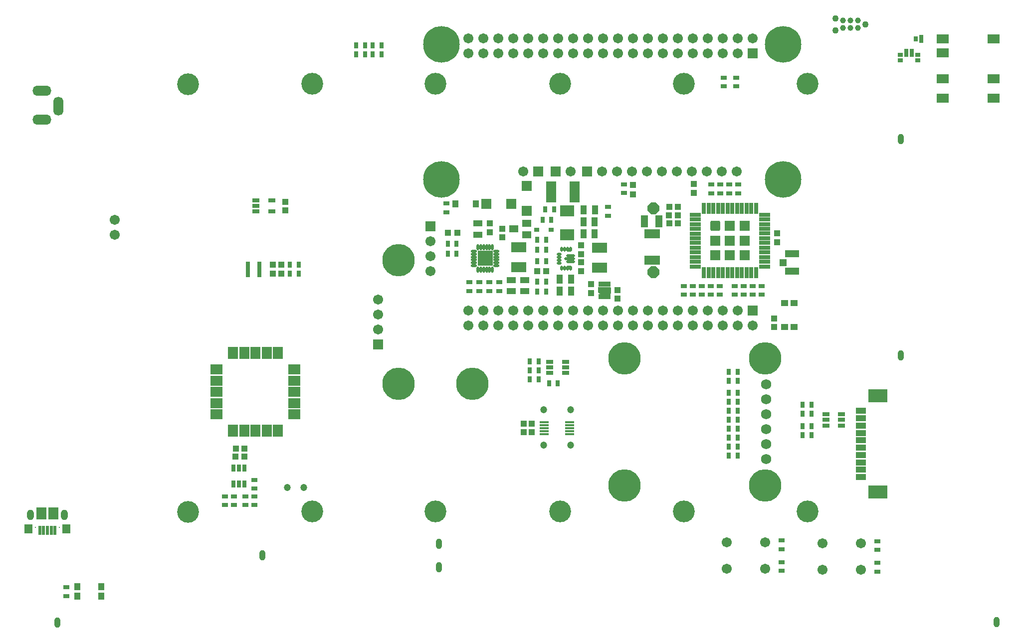
<source format=gts>
G04*
G04 #@! TF.GenerationSoftware,Altium Limited,Altium Designer,20.2.5 (213)*
G04*
G04 Layer_Color=8388736*
%FSAX25Y25*%
%MOIN*%
G70*
G04*
G04 #@! TF.SameCoordinates,38458E12-344E-42E4-8E5B-5AAD2516AE5C*
G04*
G04*
G04 #@! TF.FilePolarity,Negative*
G04*
G01*
G75*
%ADD81R,0.04343X0.03162*%
%ADD82C,0.03910*%
%ADD83R,0.02769X0.07493*%
%ADD84C,0.04724*%
%ADD85R,0.03950X0.03950*%
%ADD86R,0.06102X0.01575*%
%ADD87R,0.07493X0.02769*%
%ADD88R,0.06706X0.06706*%
G04:AMPARAMS|DCode=89|XSize=67.06mil|YSize=67.06mil|CornerRadius=9.91mil|HoleSize=0mil|Usage=FLASHONLY|Rotation=0.000|XOffset=0mil|YOffset=0mil|HoleType=Round|Shape=RoundedRectangle|*
%AMROUNDEDRECTD89*
21,1,0.06706,0.04724,0,0,0.0*
21,1,0.04724,0.06706,0,0,0.0*
1,1,0.01981,0.02362,-0.02362*
1,1,0.01981,-0.02362,-0.02362*
1,1,0.01981,-0.02362,0.02362*
1,1,0.01981,0.02362,0.02362*
%
%ADD89ROUNDEDRECTD89*%
%ADD90R,0.03162X0.04343*%
%ADD91R,0.03950X0.03950*%
%ADD92R,0.05131X0.03162*%
%ADD93R,0.07099X0.03950*%
%ADD94O,0.04343X0.01784*%
%ADD95R,0.02769X0.06312*%
%ADD96R,0.04737X0.03162*%
%ADD97R,0.02729X0.02572*%
%ADD98R,0.03044X0.03241*%
%ADD99R,0.04737X0.04343*%
%ADD100R,0.05918X0.04343*%
%ADD101R,0.04343X0.05918*%
%ADD102R,0.06902X0.08280*%
%ADD103R,0.01968X0.05906*%
%ADD104R,0.05524X0.06312*%
%ADD105R,0.09461X0.04934*%
%ADD106R,0.09304X0.07808*%
%ADD107R,0.06312X0.04737*%
%ADD108O,0.01784X0.04343*%
%ADD109R,0.10249X0.10249*%
G04:AMPARAMS|DCode=110|XSize=17.84mil|YSize=31.62mil|CornerRadius=6.46mil|HoleSize=0mil|Usage=FLASHONLY|Rotation=90.000|XOffset=0mil|YOffset=0mil|HoleType=Round|Shape=RoundedRectangle|*
%AMROUNDEDRECTD110*
21,1,0.01784,0.01870,0,0,90.0*
21,1,0.00492,0.03162,0,0,90.0*
1,1,0.01292,0.00935,0.00246*
1,1,0.01292,0.00935,-0.00246*
1,1,0.01292,-0.00935,-0.00246*
1,1,0.01292,-0.00935,0.00246*
%
%ADD110ROUNDEDRECTD110*%
G04:AMPARAMS|DCode=111|XSize=17.84mil|YSize=74.93mil|CornerRadius=6.46mil|HoleSize=0mil|Usage=FLASHONLY|Rotation=90.000|XOffset=0mil|YOffset=0mil|HoleType=Round|Shape=RoundedRectangle|*
%AMROUNDEDRECTD111*
21,1,0.01784,0.06201,0,0,90.0*
21,1,0.00492,0.07493,0,0,90.0*
1,1,0.01292,0.03100,0.00246*
1,1,0.01292,0.03100,-0.00246*
1,1,0.01292,-0.03100,-0.00246*
1,1,0.01292,-0.03100,0.00246*
%
%ADD111ROUNDEDRECTD111*%
G04:AMPARAMS|DCode=112|XSize=17.84mil|YSize=31.62mil|CornerRadius=6.46mil|HoleSize=0mil|Usage=FLASHONLY|Rotation=0.000|XOffset=0mil|YOffset=0mil|HoleType=Round|Shape=RoundedRectangle|*
%AMROUNDEDRECTD112*
21,1,0.01784,0.01870,0,0,0.0*
21,1,0.00492,0.03162,0,0,0.0*
1,1,0.01292,0.00246,-0.00935*
1,1,0.01292,-0.00246,-0.00935*
1,1,0.01292,-0.00246,0.00935*
1,1,0.01292,0.00246,0.00935*
%
%ADD112ROUNDEDRECTD112*%
%ADD113R,0.01981X0.03556*%
%ADD114R,0.02769X0.02769*%
%ADD115R,0.06706X0.07887*%
%ADD116R,0.07887X0.06706*%
%ADD117R,0.03162X0.05131*%
%ADD118R,0.03241X0.03044*%
%ADD119R,0.04343X0.04737*%
%ADD120R,0.03162X0.05721*%
%ADD121R,0.12611X0.09068*%
%ADD122R,0.07887X0.05918*%
%ADD123R,0.05131X0.08280*%
G04:AMPARAMS|DCode=124|XSize=17.84mil|YSize=35.56mil|CornerRadius=6.46mil|HoleSize=0mil|Usage=FLASHONLY|Rotation=90.000|XOffset=0mil|YOffset=0mil|HoleType=Round|Shape=RoundedRectangle|*
%AMROUNDEDRECTD124*
21,1,0.01784,0.02264,0,0,90.0*
21,1,0.00492,0.03556,0,0,90.0*
1,1,0.01292,0.01132,0.00246*
1,1,0.01292,0.01132,-0.00246*
1,1,0.01292,-0.01132,-0.00246*
1,1,0.01292,-0.01132,0.00246*
%
%ADD124ROUNDEDRECTD124*%
G04:AMPARAMS|DCode=125|XSize=17.84mil|YSize=61.15mil|CornerRadius=6.46mil|HoleSize=0mil|Usage=FLASHONLY|Rotation=90.000|XOffset=0mil|YOffset=0mil|HoleType=Round|Shape=RoundedRectangle|*
%AMROUNDEDRECTD125*
21,1,0.01784,0.04823,0,0,90.0*
21,1,0.00492,0.06115,0,0,90.0*
1,1,0.01292,0.02411,0.00246*
1,1,0.01292,0.02411,-0.00246*
1,1,0.01292,-0.02411,-0.00246*
1,1,0.01292,-0.02411,0.00246*
%
%ADD125ROUNDEDRECTD125*%
%ADD126R,0.10249X0.07099*%
%ADD127R,0.06902X0.14383*%
%ADD128R,0.03556X0.02572*%
%ADD129R,0.04343X0.04540*%
%ADD130R,0.07099X0.06706*%
%ADD131R,0.06706X0.07099*%
%ADD132R,0.04737X0.04737*%
%ADD133R,0.03044X0.05721*%
%ADD134C,0.14580*%
%ADD135R,0.06706X0.06706*%
%ADD136C,0.06706*%
%ADD137P,0.08537X8X292.5*%
%ADD138O,0.04737X0.07099*%
%ADD139O,0.06706X0.12611*%
%ADD140O,0.12611X0.06706*%
%ADD141C,0.06800*%
%ADD142C,0.21666*%
%ADD143O,0.03950X0.07099*%
%ADD144C,0.04343*%
%ADD145R,0.00800X0.00800*%
%ADD146C,0.24422*%
G36*
X0625281Y0477435D02*
X0632956Y0477433D01*
X0632957Y0477433D01*
X0632957Y0477433D01*
X0632983Y0477431D01*
X0633009Y0477430D01*
X0633009Y0477430D01*
X0633009Y0477430D01*
X0633032Y0477425D01*
X0633060Y0477420D01*
X0633061Y0477419D01*
X0633061Y0477419D01*
X0633082Y0477412D01*
X0633110Y0477403D01*
X0633110Y0477402D01*
X0633110Y0477402D01*
X0633133Y0477391D01*
X0633157Y0477379D01*
X0633157Y0477379D01*
X0633157Y0477379D01*
X0633181Y0477363D01*
X0633200Y0477350D01*
X0633201Y0477350D01*
X0633201Y0477350D01*
X0633222Y0477331D01*
X0633240Y0477316D01*
X0633240Y0477316D01*
X0633240Y0477315D01*
X0633256Y0477297D01*
X0633274Y0477276D01*
X0633275Y0477276D01*
X0633275Y0477276D01*
X0633288Y0477256D01*
X0633303Y0477233D01*
X0633304Y0477232D01*
X0633304Y0477232D01*
X0633316Y0477208D01*
X0633327Y0477186D01*
X0633327Y0477185D01*
X0633327Y0477185D01*
X0633335Y0477161D01*
X0633344Y0477136D01*
X0633344Y0477136D01*
X0633344Y0477135D01*
X0633349Y0477111D01*
X0633354Y0477085D01*
X0633354Y0477084D01*
X0633354Y0477084D01*
X0633356Y0477057D01*
X0633357Y0477032D01*
X0633357Y0477032D01*
X0633357Y0477032D01*
X0633357Y0476736D01*
X0633357Y0473293D01*
Y0473293D01*
Y0473293D01*
X0633353Y0473241D01*
X0633343Y0473189D01*
X0633326Y0473139D01*
X0633303Y0473092D01*
X0633274Y0473049D01*
X0633244Y0473015D01*
X0633240Y0473009D01*
X0633240D01*
Y0473009D01*
X0633234Y0473004D01*
X0633200Y0472975D01*
X0633156Y0472946D01*
X0633109Y0472923D01*
X0633060Y0472906D01*
X0633008Y0472895D01*
X0632956Y0472892D01*
X0632956D01*
X0632956D01*
X0626264Y0472892D01*
X0626235Y0472894D01*
X0626212Y0472895D01*
X0626212Y0472895D01*
X0626211Y0472895D01*
X0626178Y0472902D01*
X0626160Y0472906D01*
X0626160Y0472906D01*
X0626160Y0472906D01*
X0626126Y0472917D01*
X0626111Y0472922D01*
X0626111Y0472923D01*
X0626110Y0472923D01*
X0626085Y0472935D01*
X0626063Y0472946D01*
X0626063Y0472946D01*
X0626063Y0472946D01*
X0626040Y0472962D01*
X0626020Y0472975D01*
X0626020Y0472975D01*
X0626020Y0472975D01*
X0625998Y0472994D01*
X0625981Y0473009D01*
X0624995Y0473993D01*
X0624995Y0473993D01*
X0624995Y0473993D01*
X0624978Y0474012D01*
X0624961Y0474032D01*
X0624960Y0474032D01*
X0624960Y0474033D01*
X0624947Y0474053D01*
X0624931Y0474076D01*
X0624931Y0474076D01*
X0624931Y0474076D01*
X0624920Y0474099D01*
X0624908Y0474123D01*
X0624908Y0474123D01*
X0624908Y0474123D01*
X0624897Y0474155D01*
X0624891Y0474173D01*
X0624891Y0474173D01*
X0624891Y0474173D01*
X0624886Y0474200D01*
X0624881Y0474224D01*
X0624881Y0474224D01*
X0624881Y0474224D01*
X0624879Y0474247D01*
X0624878Y0474276D01*
X0624878Y0474276D01*
X0624878Y0474277D01*
X0624878Y0476742D01*
X0624878Y0476743D01*
X0624878Y0476743D01*
X0624879Y0477035D01*
X0624881Y0477061D01*
X0624882Y0477086D01*
X0624883Y0477087D01*
X0624883Y0477087D01*
X0624888Y0477112D01*
X0624893Y0477138D01*
X0624893Y0477138D01*
X0624893Y0477139D01*
X0624901Y0477163D01*
X0624909Y0477187D01*
X0624910Y0477188D01*
X0624910Y0477188D01*
X0624921Y0477212D01*
X0624933Y0477234D01*
X0624933Y0477235D01*
X0624933Y0477235D01*
X0624948Y0477257D01*
X0624962Y0477278D01*
X0624962Y0477278D01*
X0624963Y0477279D01*
X0624979Y0477298D01*
X0624997Y0477317D01*
X0624997Y0477318D01*
X0624997Y0477318D01*
X0625015Y0477333D01*
X0625036Y0477352D01*
X0625036Y0477352D01*
X0625037Y0477353D01*
X0625058Y0477367D01*
X0625079Y0477381D01*
X0625080Y0477381D01*
X0625080Y0477382D01*
X0625105Y0477393D01*
X0625127Y0477404D01*
X0625127Y0477404D01*
X0625128Y0477405D01*
X0625153Y0477413D01*
X0625176Y0477421D01*
X0625177Y0477421D01*
X0625177Y0477421D01*
X0625203Y0477426D01*
X0625228Y0477431D01*
X0625228Y0477431D01*
X0625229Y0477431D01*
X0625255Y0477433D01*
X0625280Y0477435D01*
X0625281D01*
D01*
D01*
D02*
G37*
D81*
X0631493Y0525257D02*
D03*
Y0531163D02*
D03*
X0706432Y0540281D02*
D03*
X0734235Y0478234D02*
D03*
X0708709Y0611625D02*
D03*
X0700448Y0540281D02*
D03*
X0728213Y0478234D02*
D03*
X0717292Y0611621D02*
D03*
X0682277Y0472367D02*
D03*
X0523369Y0527525D02*
D03*
X0558803Y0480675D02*
D03*
X0538724D02*
D03*
X0722190Y0472328D02*
D03*
X0747560Y0293594D02*
D03*
X0811497Y0293122D02*
D03*
X0381475Y0331647D02*
D03*
X0269426Y0270950D02*
D03*
Y0276856D02*
D03*
X0717292Y0617527D02*
D03*
X0708709Y0617530D02*
D03*
X0811497Y0301704D02*
D03*
Y0307610D02*
D03*
X0747560Y0302177D02*
D03*
Y0308082D02*
D03*
X0395273Y0348584D02*
D03*
Y0342678D02*
D03*
X0395294Y0337553D02*
D03*
Y0331647D02*
D03*
X0389296Y0331647D02*
D03*
Y0337553D02*
D03*
X0381475D02*
D03*
X0375496Y0331647D02*
D03*
Y0337553D02*
D03*
X0811497Y0287216D02*
D03*
X0747560Y0287689D02*
D03*
X0706293Y0472367D02*
D03*
Y0478272D02*
D03*
X0722190Y0478234D02*
D03*
X0716204Y0472328D02*
D03*
Y0478234D02*
D03*
X0718407Y0546187D02*
D03*
Y0540281D02*
D03*
X0734235Y0472328D02*
D03*
X0728213D02*
D03*
X0712416Y0546187D02*
D03*
Y0540281D02*
D03*
X0700309Y0478272D02*
D03*
Y0472367D02*
D03*
X0694285Y0478272D02*
D03*
Y0472367D02*
D03*
X0688262Y0478272D02*
D03*
Y0472367D02*
D03*
X0538724Y0474769D02*
D03*
X0558803D02*
D03*
X0523369Y0533431D02*
D03*
X0706432Y0546187D02*
D03*
X0545417Y0480675D02*
D03*
Y0474769D02*
D03*
X0700448Y0546187D02*
D03*
X0552110Y0474769D02*
D03*
Y0480675D02*
D03*
X0642308Y0540320D02*
D03*
Y0546226D02*
D03*
X0682277Y0478272D02*
D03*
D82*
X0788639Y0650695D02*
D03*
Y0655694D02*
D03*
X0793639Y0650695D02*
D03*
Y0655694D02*
D03*
X0798639Y0650695D02*
D03*
Y0655694D02*
D03*
D83*
X0730495Y0487092D02*
D03*
X0695653Y0487092D02*
D03*
X0698810D02*
D03*
X0701960D02*
D03*
X0705110Y0487092D02*
D03*
X0708259Y0487092D02*
D03*
X0711409Y0487092D02*
D03*
X0714558D02*
D03*
X0717708Y0487096D02*
D03*
X0720858Y0487096D02*
D03*
X0724007Y0487092D02*
D03*
X0727184D02*
D03*
X0724039Y0530025D02*
D03*
X0720889D02*
D03*
X0717739D02*
D03*
X0714590D02*
D03*
X0705141D02*
D03*
X0701991D02*
D03*
X0698842D02*
D03*
X0695653D02*
D03*
X0708291D02*
D03*
X0711440D02*
D03*
X0727149D02*
D03*
X0730338D02*
D03*
D84*
X0606493Y0395336D02*
D03*
X0588580D02*
D03*
X0606493Y0371812D02*
D03*
X0588580D02*
D03*
X0428090Y0343352D02*
D03*
X0417066D02*
D03*
D85*
X0580607Y0386281D02*
D03*
Y0380375D02*
D03*
X0575096Y0386281D02*
D03*
Y0380375D02*
D03*
X0688777Y0540414D02*
D03*
Y0546320D02*
D03*
X0648331Y0539612D02*
D03*
X0744387Y0507446D02*
D03*
X0613389Y0499553D02*
D03*
X0552405Y0520143D02*
D03*
X0613389Y0493962D02*
D03*
X0620121Y0473440D02*
D03*
X0637728Y0475582D02*
D03*
X0742517Y0456556D02*
D03*
X0407618Y0492368D02*
D03*
X0415922Y0534533D02*
D03*
X0413088Y0492383D02*
D03*
Y0486477D02*
D03*
X0415922Y0528627D02*
D03*
X0407618Y0486462D02*
D03*
X0742517Y0450651D02*
D03*
X0637728Y0469676D02*
D03*
X0620121Y0479345D02*
D03*
X0613389Y0488057D02*
D03*
X0560673Y0516600D02*
D03*
Y0510695D02*
D03*
X0552405Y0514238D02*
D03*
X0613389Y0505458D02*
D03*
X0744387Y0513352D02*
D03*
X0648331Y0545911D02*
D03*
D86*
X0606001Y0387068D02*
D03*
Y0385100D02*
D03*
Y0383131D02*
D03*
Y0381163D02*
D03*
Y0379194D02*
D03*
X0588678D02*
D03*
Y0381163D02*
D03*
Y0383131D02*
D03*
Y0385100D02*
D03*
Y0387068D02*
D03*
D87*
X0689747Y0525891D02*
D03*
Y0522742D02*
D03*
Y0516403D02*
D03*
Y0513253D02*
D03*
Y0510104D02*
D03*
Y0503805D02*
D03*
Y0500655D02*
D03*
Y0497545D02*
D03*
Y0494356D02*
D03*
Y0491246D02*
D03*
X0736212Y0494380D02*
D03*
Y0500675D02*
D03*
X0736212Y0503824D02*
D03*
X0736212Y0506974D02*
D03*
X0736204Y0510104D02*
D03*
Y0513293D02*
D03*
Y0519553D02*
D03*
X0736212Y0497537D02*
D03*
X0736212Y0491226D02*
D03*
X0689747Y0506994D02*
D03*
Y0519553D02*
D03*
X0736204Y0525891D02*
D03*
Y0522742D02*
D03*
Y0516442D02*
D03*
D88*
X0722826Y0498706D02*
D03*
X0712984D02*
D03*
X0703043D02*
D03*
X0722826Y0508549D02*
D03*
X0712984D02*
D03*
X0703141D02*
D03*
X0722826Y0518391D02*
D03*
X0712984Y0518391D02*
D03*
X0584787Y0554887D02*
D03*
X0728043Y0633943D02*
D03*
X0596598Y0554887D02*
D03*
X0728047Y0461647D02*
D03*
X0617544Y0554887D02*
D03*
D89*
X0703141Y0518391D02*
D03*
D90*
X0585233Y0421633D02*
D03*
X0579328D02*
D03*
X0585233Y0427637D02*
D03*
X0585233Y0415629D02*
D03*
X0712151Y0382770D02*
D03*
Y0376747D02*
D03*
Y0370763D02*
D03*
Y0364778D02*
D03*
X0718048Y0420793D02*
D03*
X0579328Y0415629D02*
D03*
X0761437Y0384376D02*
D03*
X0590102Y0509218D02*
D03*
X0530261Y0499769D02*
D03*
X0584196Y0474572D02*
D03*
Y0502525D02*
D03*
X0469190Y0639037D02*
D03*
X0712151Y0400802D02*
D03*
Y0394778D02*
D03*
X0761437Y0392722D02*
D03*
X0579328Y0427637D02*
D03*
X0592025Y0412972D02*
D03*
X0424781Y0492446D02*
D03*
X0418875D02*
D03*
Y0486462D02*
D03*
X0424781D02*
D03*
X0712143Y0420793D02*
D03*
X0718048Y0414809D02*
D03*
X0712143D02*
D03*
X0761438Y0398712D02*
D03*
X0767344D02*
D03*
X0767342Y0392722D02*
D03*
X0767342Y0384376D02*
D03*
X0761437Y0378352D02*
D03*
X0767342D02*
D03*
X0718056Y0364778D02*
D03*
Y0370763D02*
D03*
Y0376747D02*
D03*
Y0382770D02*
D03*
X0718056Y0388794D02*
D03*
X0712151D02*
D03*
X0718056Y0394778D02*
D03*
Y0400802D02*
D03*
Y0406786D02*
D03*
X0712151D02*
D03*
X0597930Y0412972D02*
D03*
X0463284Y0639037D02*
D03*
X0463284Y0633033D02*
D03*
X0469190D02*
D03*
X0474308Y0639037D02*
D03*
X0480214D02*
D03*
X0474308Y0633033D02*
D03*
X0480214D02*
D03*
X0590102Y0502525D02*
D03*
Y0494651D02*
D03*
X0584196D02*
D03*
X0590102Y0474572D02*
D03*
X0587740Y0522604D02*
D03*
X0593645D02*
D03*
X0590102Y0481265D02*
D03*
X0584196D02*
D03*
X0524355Y0499769D02*
D03*
X0524354Y0506462D02*
D03*
X0530259D02*
D03*
X0584196Y0509218D02*
D03*
X0595338Y0529336D02*
D03*
X0589432D02*
D03*
D91*
X0388580Y0369548D02*
D03*
X0382674D02*
D03*
X0672287Y0525380D02*
D03*
X0672366Y0530970D02*
D03*
X0672366Y0519986D02*
D03*
X0584295Y0488057D02*
D03*
X0382657Y0364021D02*
D03*
X0388563D02*
D03*
X0530850Y0513942D02*
D03*
X0524550D02*
D03*
X0590200Y0488057D02*
D03*
X0678271Y0519986D02*
D03*
X0678271Y0530970D02*
D03*
X0678192Y0525380D02*
D03*
D92*
X0592615Y0427539D02*
D03*
Y0423799D02*
D03*
Y0420059D02*
D03*
X0603245D02*
D03*
Y0423799D02*
D03*
Y0427539D02*
D03*
X0777027Y0388628D02*
D03*
X0787657Y0384887D02*
D03*
Y0388628D02*
D03*
X0777027Y0392368D02*
D03*
Y0384887D02*
D03*
X0787657Y0392368D02*
D03*
D93*
X0800492Y0389789D02*
D03*
Y0350419D02*
D03*
Y0384868D02*
D03*
Y0379946D02*
D03*
Y0394710D02*
D03*
Y0375025D02*
D03*
Y0355340D02*
D03*
Y0370104D02*
D03*
Y0365183D02*
D03*
Y0360261D02*
D03*
D94*
X0541775Y0493667D02*
D03*
Y0491698D02*
D03*
Y0499572D02*
D03*
X0556932D02*
D03*
Y0501541D02*
D03*
Y0497604D02*
D03*
Y0495635D02*
D03*
Y0493667D02*
D03*
Y0491698D02*
D03*
X0541775Y0495635D02*
D03*
Y0497604D02*
D03*
Y0501541D02*
D03*
D95*
X0659847Y0495399D02*
D03*
X0657288D02*
D03*
Y0513116D02*
D03*
X0664965D02*
D03*
X0662406D02*
D03*
X0659847D02*
D03*
X0664965Y0495399D02*
D03*
X0662406D02*
D03*
D96*
X0396040Y0535616D02*
D03*
Y0528135D02*
D03*
Y0531876D02*
D03*
X0406867Y0528135D02*
D03*
Y0535616D02*
D03*
D97*
X0390902Y0493254D02*
D03*
Y0490695D02*
D03*
X0398539Y0488135D02*
D03*
X0390902Y0485576D02*
D03*
Y0488135D02*
D03*
X0398539Y0490695D02*
D03*
Y0485576D02*
D03*
Y0493254D02*
D03*
D98*
X0837300Y0643497D02*
D03*
D99*
X0755922Y0450663D02*
D03*
X0749623D02*
D03*
Y0466804D02*
D03*
X0755922D02*
D03*
D100*
X0544629Y0520045D02*
D03*
X0575732Y0474769D02*
D03*
X0566677D02*
D03*
Y0482250D02*
D03*
X0575732D02*
D03*
X0544629Y0512565D02*
D03*
D101*
X0622740Y0529257D02*
D03*
X0622661Y0521187D02*
D03*
X0622621Y0513116D02*
D03*
X0599196Y0482840D02*
D03*
X0599275Y0474809D02*
D03*
X0606755D02*
D03*
X0606676Y0482840D02*
D03*
X0615141Y0513116D02*
D03*
X0615180Y0521187D02*
D03*
X0615259Y0529257D02*
D03*
D102*
X0252792Y0326049D02*
D03*
X0260863D02*
D03*
D103*
X0251710Y0314828D02*
D03*
X0261946D02*
D03*
X0254269D02*
D03*
X0256828D02*
D03*
X0259387D02*
D03*
D104*
X0244229Y0315714D02*
D03*
X0269426D02*
D03*
D105*
X0754476Y0499750D02*
D03*
Y0488135D02*
D03*
D106*
X0604157Y0512565D02*
D03*
Y0528313D02*
D03*
D107*
X0577306Y0520045D02*
D03*
Y0512565D02*
D03*
X0568645Y0516305D02*
D03*
D108*
X0546401Y0489041D02*
D03*
X0548369D02*
D03*
X0544432Y0504198D02*
D03*
X0546401D02*
D03*
X0548369D02*
D03*
X0550338D02*
D03*
X0552306D02*
D03*
X0554275D02*
D03*
Y0489041D02*
D03*
X0552306D02*
D03*
X0550338D02*
D03*
X0544432D02*
D03*
D109*
X0549354Y0496620D02*
D03*
D110*
X0598871Y0493391D02*
D03*
Y0495360D02*
D03*
Y0497328D02*
D03*
Y0499297D02*
D03*
D111*
X0605761Y0496344D02*
D03*
D112*
X0600446Y0502643D02*
D03*
X0602415D02*
D03*
X0604383D02*
D03*
X0606352D02*
D03*
Y0490045D02*
D03*
X0604383D02*
D03*
X0602415D02*
D03*
X0600446D02*
D03*
D113*
X0626165Y0471029D02*
D03*
Y0479297D02*
D03*
X0628133D02*
D03*
X0630102D02*
D03*
X0632070D02*
D03*
Y0471029D02*
D03*
X0630102D02*
D03*
X0628133D02*
D03*
D114*
X0629117Y0475163D02*
D03*
D115*
X0380985Y0381381D02*
D03*
X0403426D02*
D03*
X0410906D02*
D03*
Y0433350D02*
D03*
X0380985D02*
D03*
X0388465D02*
D03*
X0395946D02*
D03*
X0403426D02*
D03*
X0395946Y0381381D02*
D03*
X0388465D02*
D03*
D116*
X0421930Y0392405D02*
D03*
Y0422326D02*
D03*
X0369961D02*
D03*
Y0392405D02*
D03*
Y0399885D02*
D03*
Y0407366D02*
D03*
Y0414846D02*
D03*
X0421930D02*
D03*
Y0407366D02*
D03*
Y0399885D02*
D03*
D117*
X0384901Y0356580D02*
D03*
X0381161Y0345950D02*
D03*
X0384901D02*
D03*
X0388641D02*
D03*
Y0356580D02*
D03*
X0381161D02*
D03*
D118*
X0826828Y0628982D02*
D03*
X0838481Y0629061D02*
D03*
Y0632761D02*
D03*
X0826828Y0632683D02*
D03*
D119*
X0276702Y0277013D02*
D03*
X0292844D02*
D03*
Y0270714D02*
D03*
X0276702D02*
D03*
D120*
X0830804Y0634068D02*
D03*
X0834584D02*
D03*
D121*
X0811909Y0340380D02*
D03*
Y0404750D02*
D03*
D122*
X0855174Y0643537D02*
D03*
Y0634088D02*
D03*
Y0616765D02*
D03*
Y0603773D02*
D03*
X0889033Y0643537D02*
D03*
Y0603773D02*
D03*
Y0616765D02*
D03*
D123*
X0655772Y0521541D02*
D03*
X0665615D02*
D03*
D124*
X0605367Y0490734D02*
D03*
Y0501954D02*
D03*
D125*
X0606450Y0498313D02*
D03*
Y0494376D02*
D03*
D126*
X0625692Y0503864D02*
D03*
Y0490478D02*
D03*
X0571795Y0504100D02*
D03*
Y0490714D02*
D03*
D127*
X0609314Y0541108D02*
D03*
X0593566D02*
D03*
D128*
X0583803Y0515911D02*
D03*
X0593645D02*
D03*
D129*
X0529472Y0533234D02*
D03*
X0543251D02*
D03*
D130*
X0550043Y0533234D02*
D03*
X0566775D02*
D03*
D131*
X0577306Y0528411D02*
D03*
Y0545143D02*
D03*
D132*
X0748570Y0493942D02*
D03*
D133*
X0841001Y0643497D02*
D03*
D134*
X0599412Y0613505D02*
D03*
Y0327505D02*
D03*
X0682312Y0613485D02*
D03*
Y0327485D02*
D03*
X0764938Y0327418D02*
D03*
Y0613418D02*
D03*
X0516269Y0613471D02*
D03*
Y0327471D02*
D03*
X0433690Y0613288D02*
D03*
Y0327289D02*
D03*
X0350916Y0327274D02*
D03*
Y0613274D02*
D03*
D135*
X0477801Y0439147D02*
D03*
X0512740Y0518076D02*
D03*
D136*
X0618043Y0643942D02*
D03*
X0667544Y0554887D02*
D03*
X0512740Y0508076D02*
D03*
Y0498076D02*
D03*
X0608047Y0451647D02*
D03*
X0477801Y0449147D02*
D03*
Y0459147D02*
D03*
X0717544Y0554887D02*
D03*
X0708047Y0451647D02*
D03*
X0688047Y0461647D02*
D03*
X0668047Y0451647D02*
D03*
X0638047D02*
D03*
X0608047Y0461647D02*
D03*
X0588047Y0451647D02*
D03*
X0568047D02*
D03*
X0538047Y0461647D02*
D03*
X0606598Y0554887D02*
D03*
X0302002Y0522296D02*
D03*
X0538043Y0633943D02*
D03*
X0568043Y0643942D02*
D03*
X0588043D02*
D03*
X0608043Y0633943D02*
D03*
X0638043Y0643942D02*
D03*
X0668043D02*
D03*
X0688043Y0633943D02*
D03*
X0708043Y0643942D02*
D03*
X0800356Y0306232D02*
D03*
X0774765Y0288515D02*
D03*
X0800356D02*
D03*
X0774765Y0306232D02*
D03*
X0736379Y0306704D02*
D03*
X0710789Y0288988D02*
D03*
X0736379D02*
D03*
X0710789Y0306704D02*
D03*
X0728043Y0643942D02*
D03*
X0718043Y0633943D02*
D03*
Y0643942D02*
D03*
X0708043Y0633943D02*
D03*
X0698043D02*
D03*
Y0643942D02*
D03*
X0688043D02*
D03*
X0678043Y0633943D02*
D03*
Y0643942D02*
D03*
X0668043Y0633943D02*
D03*
X0658043D02*
D03*
Y0643942D02*
D03*
X0648043Y0633943D02*
D03*
Y0643942D02*
D03*
X0638043Y0633943D02*
D03*
X0628043D02*
D03*
Y0643942D02*
D03*
X0618043Y0633943D02*
D03*
X0608043Y0643942D02*
D03*
X0598043Y0633943D02*
D03*
Y0643942D02*
D03*
X0588043Y0633943D02*
D03*
X0578043D02*
D03*
Y0643942D02*
D03*
X0568043Y0633943D02*
D03*
X0558043D02*
D03*
Y0643942D02*
D03*
X0548043Y0633943D02*
D03*
Y0643942D02*
D03*
X0538043D02*
D03*
X0302002Y0512453D02*
D03*
X0512740Y0488076D02*
D03*
X0574787Y0554887D02*
D03*
X0538047Y0451647D02*
D03*
X0548047D02*
D03*
Y0461647D02*
D03*
X0558047Y0451647D02*
D03*
Y0461647D02*
D03*
X0568047D02*
D03*
X0578047Y0451647D02*
D03*
Y0461647D02*
D03*
X0588047D02*
D03*
X0598047Y0451647D02*
D03*
Y0461647D02*
D03*
X0618047Y0451647D02*
D03*
Y0461647D02*
D03*
X0628047Y0451647D02*
D03*
Y0461647D02*
D03*
X0638047D02*
D03*
X0648047Y0451647D02*
D03*
Y0461647D02*
D03*
X0658047Y0451647D02*
D03*
Y0461647D02*
D03*
X0668047D02*
D03*
X0678047Y0451647D02*
D03*
Y0461647D02*
D03*
X0688047Y0451647D02*
D03*
X0698047D02*
D03*
Y0461647D02*
D03*
X0708047D02*
D03*
X0718047Y0451647D02*
D03*
Y0461647D02*
D03*
X0728047Y0451647D02*
D03*
X0627544Y0554887D02*
D03*
X0637544D02*
D03*
X0647544D02*
D03*
X0657544D02*
D03*
X0677544D02*
D03*
X0687544D02*
D03*
X0697544D02*
D03*
X0707544D02*
D03*
X0477801Y0469147D02*
D03*
D137*
X0661991Y0530045D02*
D03*
Y0487525D02*
D03*
D138*
X0245509Y0325259D02*
D03*
X0268147D02*
D03*
D139*
X0264308Y0598458D02*
D03*
D140*
X0253285Y0589403D02*
D03*
Y0608694D02*
D03*
D141*
X0737326Y0412378D02*
D03*
Y0362378D02*
D03*
Y0372378D02*
D03*
Y0382378D02*
D03*
Y0392378D02*
D03*
Y0402378D02*
D03*
D142*
X0736539Y0429937D02*
D03*
Y0344819D02*
D03*
X0642444D02*
D03*
Y0429937D02*
D03*
X0491458Y0495613D02*
D03*
Y0412936D02*
D03*
X0540671D02*
D03*
D143*
X0263492Y0253245D02*
D03*
X0891257Y0253348D02*
D03*
X0827221Y0431935D02*
D03*
Y0576423D02*
D03*
X0518444Y0290005D02*
D03*
X0518366Y0305793D02*
D03*
X0400374Y0298195D02*
D03*
D144*
X0783639Y0657195D02*
D03*
Y0649194D02*
D03*
X0803639Y0653195D02*
D03*
D145*
X0264812Y0316795D02*
D03*
X0248867D02*
D03*
D146*
X0520220Y0549376D02*
D03*
X0748566D02*
D03*
X0748563Y0639927D02*
D03*
X0520216D02*
D03*
M02*

</source>
